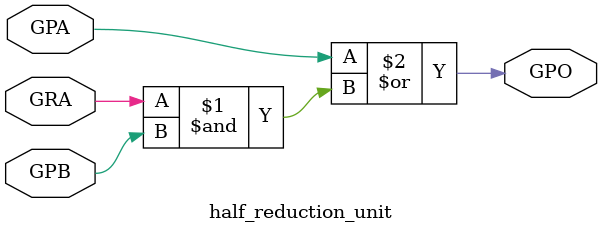
<source format=v>

module half_reduction_unit(
    input   GPA, GRA, GPB,
    output  GPO
);

assign GPO = GPA | (GRA & GPB);
    
endmodule
</source>
